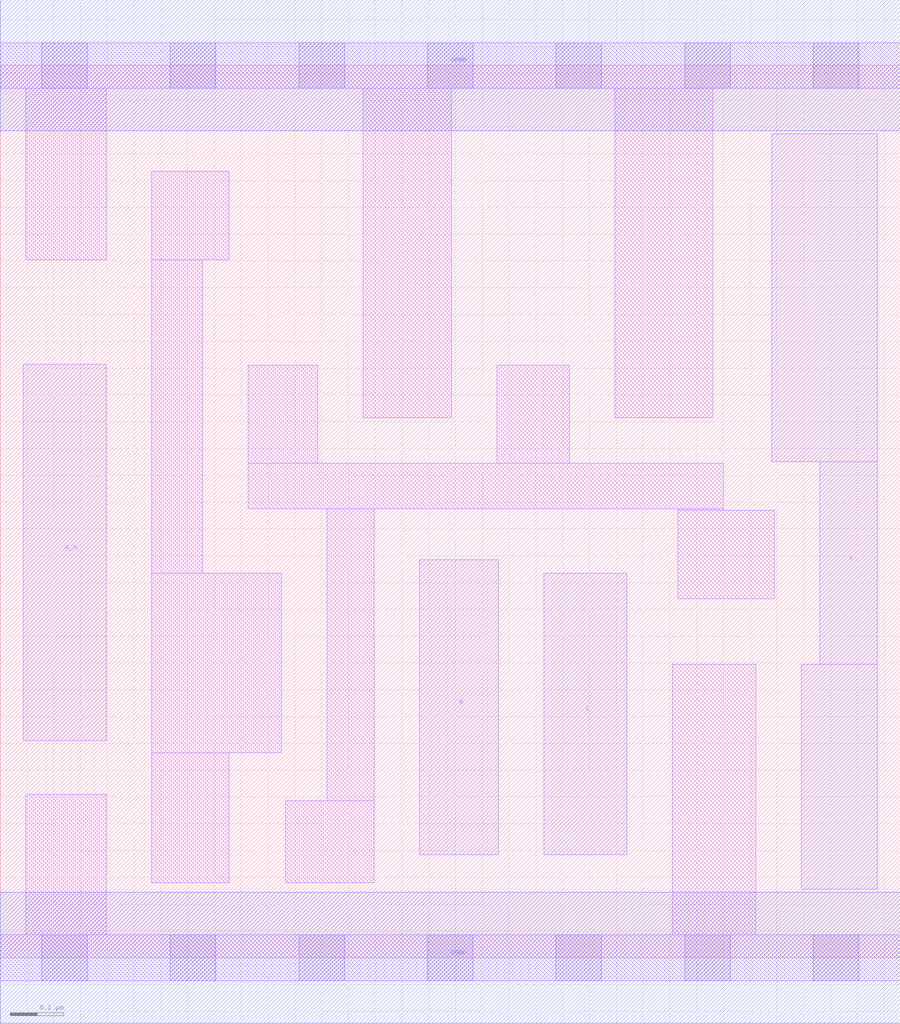
<source format=lef>
# Copyright 2020 The SkyWater PDK Authors
#
# Licensed under the Apache License, Version 2.0 (the "License");
# you may not use this file except in compliance with the License.
# You may obtain a copy of the License at
#
#     https://www.apache.org/licenses/LICENSE-2.0
#
# Unless required by applicable law or agreed to in writing, software
# distributed under the License is distributed on an "AS IS" BASIS,
# WITHOUT WARRANTIES OR CONDITIONS OF ANY KIND, either express or implied.
# See the License for the specific language governing permissions and
# limitations under the License.
#
# SPDX-License-Identifier: Apache-2.0

VERSION 5.7 ;
  NAMESCASESENSITIVE ON ;
  NOWIREEXTENSIONATPIN ON ;
  DIVIDERCHAR "/" ;
  BUSBITCHARS "[]" ;
UNITS
  DATABASE MICRONS 200 ;
END UNITS
MACRO sky130_fd_sc_lp__and3b_1
  CLASS CORE ;
  FOREIGN sky130_fd_sc_lp__and3b_1 ;
  ORIGIN  0.000000  0.000000 ;
  SIZE  3.360000 BY  3.330000 ;
  SYMMETRY X Y R90 ;
  SITE unit ;
  PIN A_N
    ANTENNAGATEAREA  0.126000 ;
    DIRECTION INPUT ;
    USE SIGNAL ;
    PORT
      LAYER li1 ;
        RECT 0.085000 0.810000 0.395000 2.215000 ;
    END
  END A_N
  PIN B
    ANTENNAGATEAREA  0.126000 ;
    DIRECTION INPUT ;
    USE SIGNAL ;
    PORT
      LAYER li1 ;
        RECT 1.565000 0.385000 1.860000 1.485000 ;
    END
  END B
  PIN C
    ANTENNAGATEAREA  0.126000 ;
    DIRECTION INPUT ;
    USE SIGNAL ;
    PORT
      LAYER li1 ;
        RECT 2.030000 0.385000 2.340000 1.435000 ;
    END
  END C
  PIN X
    ANTENNADIFFAREA  0.556500 ;
    DIRECTION OUTPUT ;
    USE SIGNAL ;
    PORT
      LAYER li1 ;
        RECT 2.880000 1.850000 3.275000 3.075000 ;
        RECT 2.990000 0.255000 3.275000 1.095000 ;
        RECT 3.060000 1.095000 3.275000 1.850000 ;
    END
  END X
  PIN VGND
    DIRECTION INOUT ;
    USE GROUND ;
    PORT
      LAYER met1 ;
        RECT 0.000000 -0.245000 3.360000 0.245000 ;
    END
  END VGND
  PIN VPWR
    DIRECTION INOUT ;
    USE POWER ;
    PORT
      LAYER met1 ;
        RECT 0.000000 3.085000 3.360000 3.575000 ;
    END
  END VPWR
  OBS
    LAYER li1 ;
      RECT 0.000000 -0.085000 3.360000 0.085000 ;
      RECT 0.000000  3.245000 3.360000 3.415000 ;
      RECT 0.095000  0.085000 0.395000 0.610000 ;
      RECT 0.095000  2.605000 0.395000 3.245000 ;
      RECT 0.565000  0.280000 0.855000 0.765000 ;
      RECT 0.565000  0.765000 1.050000 1.435000 ;
      RECT 0.565000  1.435000 0.755000 2.605000 ;
      RECT 0.565000  2.605000 0.855000 2.935000 ;
      RECT 0.925000  1.675000 2.700000 1.845000 ;
      RECT 0.925000  1.845000 1.185000 2.210000 ;
      RECT 1.065000  0.280000 1.395000 0.585000 ;
      RECT 1.220000  0.585000 1.395000 1.675000 ;
      RECT 1.355000  2.015000 1.685000 3.245000 ;
      RECT 1.855000  1.845000 2.125000 2.210000 ;
      RECT 2.295000  2.015000 2.660000 3.245000 ;
      RECT 2.510000  0.085000 2.820000 1.095000 ;
      RECT 2.530000  1.340000 2.890000 1.670000 ;
      RECT 2.530000  1.670000 2.700000 1.675000 ;
    LAYER mcon ;
      RECT 0.155000 -0.085000 0.325000 0.085000 ;
      RECT 0.155000  3.245000 0.325000 3.415000 ;
      RECT 0.635000 -0.085000 0.805000 0.085000 ;
      RECT 0.635000  3.245000 0.805000 3.415000 ;
      RECT 1.115000 -0.085000 1.285000 0.085000 ;
      RECT 1.115000  3.245000 1.285000 3.415000 ;
      RECT 1.595000 -0.085000 1.765000 0.085000 ;
      RECT 1.595000  3.245000 1.765000 3.415000 ;
      RECT 2.075000 -0.085000 2.245000 0.085000 ;
      RECT 2.075000  3.245000 2.245000 3.415000 ;
      RECT 2.555000 -0.085000 2.725000 0.085000 ;
      RECT 2.555000  3.245000 2.725000 3.415000 ;
      RECT 3.035000 -0.085000 3.205000 0.085000 ;
      RECT 3.035000  3.245000 3.205000 3.415000 ;
  END
END sky130_fd_sc_lp__and3b_1
END LIBRARY

</source>
